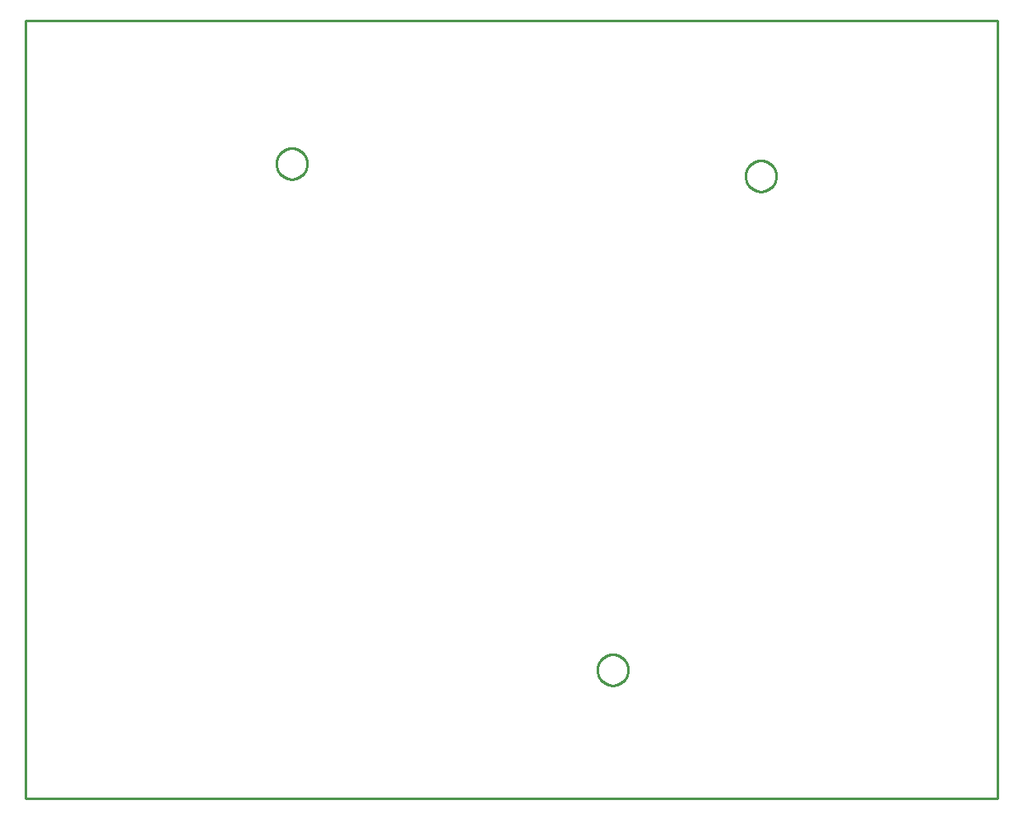
<source format=gko>
G04 EAGLE Gerber RS-274X export*
G75*
%MOMM*%
%FSLAX34Y34*%
%LPD*%
%INBoard Outline*%
%IPPOS*%
%AMOC8*
5,1,8,0,0,1.08239X$1,22.5*%
G01*
%ADD10C,0.000000*%
%ADD11C,0.254000*%


D10*
X0Y0D02*
X1000000Y0D01*
X1000000Y800000D01*
X0Y800000D01*
X0Y0D01*
X740525Y640000D02*
X740530Y640390D01*
X740544Y640779D01*
X740568Y641168D01*
X740601Y641556D01*
X740644Y641943D01*
X740697Y642329D01*
X740759Y642714D01*
X740830Y643097D01*
X740911Y643478D01*
X741001Y643857D01*
X741100Y644234D01*
X741209Y644608D01*
X741326Y644980D01*
X741453Y645348D01*
X741589Y645713D01*
X741733Y646075D01*
X741887Y646433D01*
X742049Y646787D01*
X742220Y647138D01*
X742399Y647483D01*
X742587Y647825D01*
X742784Y648161D01*
X742988Y648493D01*
X743200Y648820D01*
X743421Y649141D01*
X743649Y649457D01*
X743885Y649767D01*
X744128Y650071D01*
X744379Y650369D01*
X744637Y650661D01*
X744903Y650946D01*
X745175Y651225D01*
X745454Y651497D01*
X745739Y651763D01*
X746031Y652021D01*
X746329Y652272D01*
X746633Y652515D01*
X746943Y652751D01*
X747259Y652979D01*
X747580Y653200D01*
X747907Y653412D01*
X748239Y653616D01*
X748575Y653813D01*
X748917Y654001D01*
X749262Y654180D01*
X749613Y654351D01*
X749967Y654513D01*
X750325Y654667D01*
X750687Y654811D01*
X751052Y654947D01*
X751420Y655074D01*
X751792Y655191D01*
X752166Y655300D01*
X752543Y655399D01*
X752922Y655489D01*
X753303Y655570D01*
X753686Y655641D01*
X754071Y655703D01*
X754457Y655756D01*
X754844Y655799D01*
X755232Y655832D01*
X755621Y655856D01*
X756010Y655870D01*
X756400Y655875D01*
X756790Y655870D01*
X757179Y655856D01*
X757568Y655832D01*
X757956Y655799D01*
X758343Y655756D01*
X758729Y655703D01*
X759114Y655641D01*
X759497Y655570D01*
X759878Y655489D01*
X760257Y655399D01*
X760634Y655300D01*
X761008Y655191D01*
X761380Y655074D01*
X761748Y654947D01*
X762113Y654811D01*
X762475Y654667D01*
X762833Y654513D01*
X763187Y654351D01*
X763538Y654180D01*
X763883Y654001D01*
X764225Y653813D01*
X764561Y653616D01*
X764893Y653412D01*
X765220Y653200D01*
X765541Y652979D01*
X765857Y652751D01*
X766167Y652515D01*
X766471Y652272D01*
X766769Y652021D01*
X767061Y651763D01*
X767346Y651497D01*
X767625Y651225D01*
X767897Y650946D01*
X768163Y650661D01*
X768421Y650369D01*
X768672Y650071D01*
X768915Y649767D01*
X769151Y649457D01*
X769379Y649141D01*
X769600Y648820D01*
X769812Y648493D01*
X770016Y648161D01*
X770213Y647825D01*
X770401Y647483D01*
X770580Y647138D01*
X770751Y646787D01*
X770913Y646433D01*
X771067Y646075D01*
X771211Y645713D01*
X771347Y645348D01*
X771474Y644980D01*
X771591Y644608D01*
X771700Y644234D01*
X771799Y643857D01*
X771889Y643478D01*
X771970Y643097D01*
X772041Y642714D01*
X772103Y642329D01*
X772156Y641943D01*
X772199Y641556D01*
X772232Y641168D01*
X772256Y640779D01*
X772270Y640390D01*
X772275Y640000D01*
X772270Y639610D01*
X772256Y639221D01*
X772232Y638832D01*
X772199Y638444D01*
X772156Y638057D01*
X772103Y637671D01*
X772041Y637286D01*
X771970Y636903D01*
X771889Y636522D01*
X771799Y636143D01*
X771700Y635766D01*
X771591Y635392D01*
X771474Y635020D01*
X771347Y634652D01*
X771211Y634287D01*
X771067Y633925D01*
X770913Y633567D01*
X770751Y633213D01*
X770580Y632862D01*
X770401Y632517D01*
X770213Y632175D01*
X770016Y631839D01*
X769812Y631507D01*
X769600Y631180D01*
X769379Y630859D01*
X769151Y630543D01*
X768915Y630233D01*
X768672Y629929D01*
X768421Y629631D01*
X768163Y629339D01*
X767897Y629054D01*
X767625Y628775D01*
X767346Y628503D01*
X767061Y628237D01*
X766769Y627979D01*
X766471Y627728D01*
X766167Y627485D01*
X765857Y627249D01*
X765541Y627021D01*
X765220Y626800D01*
X764893Y626588D01*
X764561Y626384D01*
X764225Y626187D01*
X763883Y625999D01*
X763538Y625820D01*
X763187Y625649D01*
X762833Y625487D01*
X762475Y625333D01*
X762113Y625189D01*
X761748Y625053D01*
X761380Y624926D01*
X761008Y624809D01*
X760634Y624700D01*
X760257Y624601D01*
X759878Y624511D01*
X759497Y624430D01*
X759114Y624359D01*
X758729Y624297D01*
X758343Y624244D01*
X757956Y624201D01*
X757568Y624168D01*
X757179Y624144D01*
X756790Y624130D01*
X756400Y624125D01*
X756010Y624130D01*
X755621Y624144D01*
X755232Y624168D01*
X754844Y624201D01*
X754457Y624244D01*
X754071Y624297D01*
X753686Y624359D01*
X753303Y624430D01*
X752922Y624511D01*
X752543Y624601D01*
X752166Y624700D01*
X751792Y624809D01*
X751420Y624926D01*
X751052Y625053D01*
X750687Y625189D01*
X750325Y625333D01*
X749967Y625487D01*
X749613Y625649D01*
X749262Y625820D01*
X748917Y625999D01*
X748575Y626187D01*
X748239Y626384D01*
X747907Y626588D01*
X747580Y626800D01*
X747259Y627021D01*
X746943Y627249D01*
X746633Y627485D01*
X746329Y627728D01*
X746031Y627979D01*
X745739Y628237D01*
X745454Y628503D01*
X745175Y628775D01*
X744903Y629054D01*
X744637Y629339D01*
X744379Y629631D01*
X744128Y629929D01*
X743885Y630233D01*
X743649Y630543D01*
X743421Y630859D01*
X743200Y631180D01*
X742988Y631507D01*
X742784Y631839D01*
X742587Y632175D01*
X742399Y632517D01*
X742220Y632862D01*
X742049Y633213D01*
X741887Y633567D01*
X741733Y633925D01*
X741589Y634287D01*
X741453Y634652D01*
X741326Y635020D01*
X741209Y635392D01*
X741100Y635766D01*
X741001Y636143D01*
X740911Y636522D01*
X740830Y636903D01*
X740759Y637286D01*
X740697Y637671D01*
X740644Y638057D01*
X740601Y638444D01*
X740568Y638832D01*
X740544Y639221D01*
X740530Y639610D01*
X740525Y640000D01*
X257925Y652700D02*
X257930Y653090D01*
X257944Y653479D01*
X257968Y653868D01*
X258001Y654256D01*
X258044Y654643D01*
X258097Y655029D01*
X258159Y655414D01*
X258230Y655797D01*
X258311Y656178D01*
X258401Y656557D01*
X258500Y656934D01*
X258609Y657308D01*
X258726Y657680D01*
X258853Y658048D01*
X258989Y658413D01*
X259133Y658775D01*
X259287Y659133D01*
X259449Y659487D01*
X259620Y659838D01*
X259799Y660183D01*
X259987Y660525D01*
X260184Y660861D01*
X260388Y661193D01*
X260600Y661520D01*
X260821Y661841D01*
X261049Y662157D01*
X261285Y662467D01*
X261528Y662771D01*
X261779Y663069D01*
X262037Y663361D01*
X262303Y663646D01*
X262575Y663925D01*
X262854Y664197D01*
X263139Y664463D01*
X263431Y664721D01*
X263729Y664972D01*
X264033Y665215D01*
X264343Y665451D01*
X264659Y665679D01*
X264980Y665900D01*
X265307Y666112D01*
X265639Y666316D01*
X265975Y666513D01*
X266317Y666701D01*
X266662Y666880D01*
X267013Y667051D01*
X267367Y667213D01*
X267725Y667367D01*
X268087Y667511D01*
X268452Y667647D01*
X268820Y667774D01*
X269192Y667891D01*
X269566Y668000D01*
X269943Y668099D01*
X270322Y668189D01*
X270703Y668270D01*
X271086Y668341D01*
X271471Y668403D01*
X271857Y668456D01*
X272244Y668499D01*
X272632Y668532D01*
X273021Y668556D01*
X273410Y668570D01*
X273800Y668575D01*
X274190Y668570D01*
X274579Y668556D01*
X274968Y668532D01*
X275356Y668499D01*
X275743Y668456D01*
X276129Y668403D01*
X276514Y668341D01*
X276897Y668270D01*
X277278Y668189D01*
X277657Y668099D01*
X278034Y668000D01*
X278408Y667891D01*
X278780Y667774D01*
X279148Y667647D01*
X279513Y667511D01*
X279875Y667367D01*
X280233Y667213D01*
X280587Y667051D01*
X280938Y666880D01*
X281283Y666701D01*
X281625Y666513D01*
X281961Y666316D01*
X282293Y666112D01*
X282620Y665900D01*
X282941Y665679D01*
X283257Y665451D01*
X283567Y665215D01*
X283871Y664972D01*
X284169Y664721D01*
X284461Y664463D01*
X284746Y664197D01*
X285025Y663925D01*
X285297Y663646D01*
X285563Y663361D01*
X285821Y663069D01*
X286072Y662771D01*
X286315Y662467D01*
X286551Y662157D01*
X286779Y661841D01*
X287000Y661520D01*
X287212Y661193D01*
X287416Y660861D01*
X287613Y660525D01*
X287801Y660183D01*
X287980Y659838D01*
X288151Y659487D01*
X288313Y659133D01*
X288467Y658775D01*
X288611Y658413D01*
X288747Y658048D01*
X288874Y657680D01*
X288991Y657308D01*
X289100Y656934D01*
X289199Y656557D01*
X289289Y656178D01*
X289370Y655797D01*
X289441Y655414D01*
X289503Y655029D01*
X289556Y654643D01*
X289599Y654256D01*
X289632Y653868D01*
X289656Y653479D01*
X289670Y653090D01*
X289675Y652700D01*
X289670Y652310D01*
X289656Y651921D01*
X289632Y651532D01*
X289599Y651144D01*
X289556Y650757D01*
X289503Y650371D01*
X289441Y649986D01*
X289370Y649603D01*
X289289Y649222D01*
X289199Y648843D01*
X289100Y648466D01*
X288991Y648092D01*
X288874Y647720D01*
X288747Y647352D01*
X288611Y646987D01*
X288467Y646625D01*
X288313Y646267D01*
X288151Y645913D01*
X287980Y645562D01*
X287801Y645217D01*
X287613Y644875D01*
X287416Y644539D01*
X287212Y644207D01*
X287000Y643880D01*
X286779Y643559D01*
X286551Y643243D01*
X286315Y642933D01*
X286072Y642629D01*
X285821Y642331D01*
X285563Y642039D01*
X285297Y641754D01*
X285025Y641475D01*
X284746Y641203D01*
X284461Y640937D01*
X284169Y640679D01*
X283871Y640428D01*
X283567Y640185D01*
X283257Y639949D01*
X282941Y639721D01*
X282620Y639500D01*
X282293Y639288D01*
X281961Y639084D01*
X281625Y638887D01*
X281283Y638699D01*
X280938Y638520D01*
X280587Y638349D01*
X280233Y638187D01*
X279875Y638033D01*
X279513Y637889D01*
X279148Y637753D01*
X278780Y637626D01*
X278408Y637509D01*
X278034Y637400D01*
X277657Y637301D01*
X277278Y637211D01*
X276897Y637130D01*
X276514Y637059D01*
X276129Y636997D01*
X275743Y636944D01*
X275356Y636901D01*
X274968Y636868D01*
X274579Y636844D01*
X274190Y636830D01*
X273800Y636825D01*
X273410Y636830D01*
X273021Y636844D01*
X272632Y636868D01*
X272244Y636901D01*
X271857Y636944D01*
X271471Y636997D01*
X271086Y637059D01*
X270703Y637130D01*
X270322Y637211D01*
X269943Y637301D01*
X269566Y637400D01*
X269192Y637509D01*
X268820Y637626D01*
X268452Y637753D01*
X268087Y637889D01*
X267725Y638033D01*
X267367Y638187D01*
X267013Y638349D01*
X266662Y638520D01*
X266317Y638699D01*
X265975Y638887D01*
X265639Y639084D01*
X265307Y639288D01*
X264980Y639500D01*
X264659Y639721D01*
X264343Y639949D01*
X264033Y640185D01*
X263729Y640428D01*
X263431Y640679D01*
X263139Y640937D01*
X262854Y641203D01*
X262575Y641475D01*
X262303Y641754D01*
X262037Y642039D01*
X261779Y642331D01*
X261528Y642629D01*
X261285Y642933D01*
X261049Y643243D01*
X260821Y643559D01*
X260600Y643880D01*
X260388Y644207D01*
X260184Y644539D01*
X259987Y644875D01*
X259799Y645217D01*
X259620Y645562D01*
X259449Y645913D01*
X259287Y646267D01*
X259133Y646625D01*
X258989Y646987D01*
X258853Y647352D01*
X258726Y647720D01*
X258609Y648092D01*
X258500Y648466D01*
X258401Y648843D01*
X258311Y649222D01*
X258230Y649603D01*
X258159Y649986D01*
X258097Y650371D01*
X258044Y650757D01*
X258001Y651144D01*
X257968Y651532D01*
X257944Y651921D01*
X257930Y652310D01*
X257925Y652700D01*
X588125Y132000D02*
X588130Y132390D01*
X588144Y132779D01*
X588168Y133168D01*
X588201Y133556D01*
X588244Y133943D01*
X588297Y134329D01*
X588359Y134714D01*
X588430Y135097D01*
X588511Y135478D01*
X588601Y135857D01*
X588700Y136234D01*
X588809Y136608D01*
X588926Y136980D01*
X589053Y137348D01*
X589189Y137713D01*
X589333Y138075D01*
X589487Y138433D01*
X589649Y138787D01*
X589820Y139138D01*
X589999Y139483D01*
X590187Y139825D01*
X590384Y140161D01*
X590588Y140493D01*
X590800Y140820D01*
X591021Y141141D01*
X591249Y141457D01*
X591485Y141767D01*
X591728Y142071D01*
X591979Y142369D01*
X592237Y142661D01*
X592503Y142946D01*
X592775Y143225D01*
X593054Y143497D01*
X593339Y143763D01*
X593631Y144021D01*
X593929Y144272D01*
X594233Y144515D01*
X594543Y144751D01*
X594859Y144979D01*
X595180Y145200D01*
X595507Y145412D01*
X595839Y145616D01*
X596175Y145813D01*
X596517Y146001D01*
X596862Y146180D01*
X597213Y146351D01*
X597567Y146513D01*
X597925Y146667D01*
X598287Y146811D01*
X598652Y146947D01*
X599020Y147074D01*
X599392Y147191D01*
X599766Y147300D01*
X600143Y147399D01*
X600522Y147489D01*
X600903Y147570D01*
X601286Y147641D01*
X601671Y147703D01*
X602057Y147756D01*
X602444Y147799D01*
X602832Y147832D01*
X603221Y147856D01*
X603610Y147870D01*
X604000Y147875D01*
X604390Y147870D01*
X604779Y147856D01*
X605168Y147832D01*
X605556Y147799D01*
X605943Y147756D01*
X606329Y147703D01*
X606714Y147641D01*
X607097Y147570D01*
X607478Y147489D01*
X607857Y147399D01*
X608234Y147300D01*
X608608Y147191D01*
X608980Y147074D01*
X609348Y146947D01*
X609713Y146811D01*
X610075Y146667D01*
X610433Y146513D01*
X610787Y146351D01*
X611138Y146180D01*
X611483Y146001D01*
X611825Y145813D01*
X612161Y145616D01*
X612493Y145412D01*
X612820Y145200D01*
X613141Y144979D01*
X613457Y144751D01*
X613767Y144515D01*
X614071Y144272D01*
X614369Y144021D01*
X614661Y143763D01*
X614946Y143497D01*
X615225Y143225D01*
X615497Y142946D01*
X615763Y142661D01*
X616021Y142369D01*
X616272Y142071D01*
X616515Y141767D01*
X616751Y141457D01*
X616979Y141141D01*
X617200Y140820D01*
X617412Y140493D01*
X617616Y140161D01*
X617813Y139825D01*
X618001Y139483D01*
X618180Y139138D01*
X618351Y138787D01*
X618513Y138433D01*
X618667Y138075D01*
X618811Y137713D01*
X618947Y137348D01*
X619074Y136980D01*
X619191Y136608D01*
X619300Y136234D01*
X619399Y135857D01*
X619489Y135478D01*
X619570Y135097D01*
X619641Y134714D01*
X619703Y134329D01*
X619756Y133943D01*
X619799Y133556D01*
X619832Y133168D01*
X619856Y132779D01*
X619870Y132390D01*
X619875Y132000D01*
X619870Y131610D01*
X619856Y131221D01*
X619832Y130832D01*
X619799Y130444D01*
X619756Y130057D01*
X619703Y129671D01*
X619641Y129286D01*
X619570Y128903D01*
X619489Y128522D01*
X619399Y128143D01*
X619300Y127766D01*
X619191Y127392D01*
X619074Y127020D01*
X618947Y126652D01*
X618811Y126287D01*
X618667Y125925D01*
X618513Y125567D01*
X618351Y125213D01*
X618180Y124862D01*
X618001Y124517D01*
X617813Y124175D01*
X617616Y123839D01*
X617412Y123507D01*
X617200Y123180D01*
X616979Y122859D01*
X616751Y122543D01*
X616515Y122233D01*
X616272Y121929D01*
X616021Y121631D01*
X615763Y121339D01*
X615497Y121054D01*
X615225Y120775D01*
X614946Y120503D01*
X614661Y120237D01*
X614369Y119979D01*
X614071Y119728D01*
X613767Y119485D01*
X613457Y119249D01*
X613141Y119021D01*
X612820Y118800D01*
X612493Y118588D01*
X612161Y118384D01*
X611825Y118187D01*
X611483Y117999D01*
X611138Y117820D01*
X610787Y117649D01*
X610433Y117487D01*
X610075Y117333D01*
X609713Y117189D01*
X609348Y117053D01*
X608980Y116926D01*
X608608Y116809D01*
X608234Y116700D01*
X607857Y116601D01*
X607478Y116511D01*
X607097Y116430D01*
X606714Y116359D01*
X606329Y116297D01*
X605943Y116244D01*
X605556Y116201D01*
X605168Y116168D01*
X604779Y116144D01*
X604390Y116130D01*
X604000Y116125D01*
X603610Y116130D01*
X603221Y116144D01*
X602832Y116168D01*
X602444Y116201D01*
X602057Y116244D01*
X601671Y116297D01*
X601286Y116359D01*
X600903Y116430D01*
X600522Y116511D01*
X600143Y116601D01*
X599766Y116700D01*
X599392Y116809D01*
X599020Y116926D01*
X598652Y117053D01*
X598287Y117189D01*
X597925Y117333D01*
X597567Y117487D01*
X597213Y117649D01*
X596862Y117820D01*
X596517Y117999D01*
X596175Y118187D01*
X595839Y118384D01*
X595507Y118588D01*
X595180Y118800D01*
X594859Y119021D01*
X594543Y119249D01*
X594233Y119485D01*
X593929Y119728D01*
X593631Y119979D01*
X593339Y120237D01*
X593054Y120503D01*
X592775Y120775D01*
X592503Y121054D01*
X592237Y121339D01*
X591979Y121631D01*
X591728Y121929D01*
X591485Y122233D01*
X591249Y122543D01*
X591021Y122859D01*
X590800Y123180D01*
X590588Y123507D01*
X590384Y123839D01*
X590187Y124175D01*
X589999Y124517D01*
X589820Y124862D01*
X589649Y125213D01*
X589487Y125567D01*
X589333Y125925D01*
X589189Y126287D01*
X589053Y126652D01*
X588926Y127020D01*
X588809Y127392D01*
X588700Y127766D01*
X588601Y128143D01*
X588511Y128522D01*
X588430Y128903D01*
X588359Y129286D01*
X588297Y129671D01*
X588244Y130057D01*
X588201Y130444D01*
X588168Y130832D01*
X588144Y131221D01*
X588130Y131610D01*
X588125Y132000D01*
D11*
X0Y0D02*
X1000000Y0D01*
X1000000Y800000D01*
X0Y800000D01*
X0Y0D01*
X772275Y639480D02*
X772207Y638443D01*
X772071Y637413D01*
X771869Y636393D01*
X771600Y635389D01*
X771265Y634405D01*
X770868Y633445D01*
X770408Y632513D01*
X769888Y631612D01*
X769311Y630748D01*
X768678Y629924D01*
X767993Y629142D01*
X767258Y628407D01*
X766476Y627722D01*
X765652Y627089D01*
X764788Y626512D01*
X763887Y625992D01*
X762955Y625532D01*
X761995Y625135D01*
X761011Y624800D01*
X760007Y624531D01*
X758987Y624329D01*
X757957Y624193D01*
X756920Y624125D01*
X755880Y624125D01*
X754843Y624193D01*
X753813Y624329D01*
X752793Y624531D01*
X751789Y624800D01*
X750805Y625135D01*
X749845Y625532D01*
X748913Y625992D01*
X748012Y626512D01*
X747148Y627089D01*
X746324Y627722D01*
X745542Y628407D01*
X744807Y629142D01*
X744122Y629924D01*
X743489Y630748D01*
X742912Y631612D01*
X742392Y632513D01*
X741932Y633445D01*
X741535Y634405D01*
X741200Y635389D01*
X740931Y636393D01*
X740729Y637413D01*
X740593Y638443D01*
X740525Y639480D01*
X740525Y640520D01*
X740593Y641557D01*
X740729Y642587D01*
X740931Y643607D01*
X741200Y644611D01*
X741535Y645595D01*
X741932Y646555D01*
X742392Y647487D01*
X742912Y648388D01*
X743489Y649252D01*
X744122Y650076D01*
X744807Y650858D01*
X745542Y651593D01*
X746324Y652278D01*
X747148Y652911D01*
X748012Y653488D01*
X748913Y654008D01*
X749845Y654468D01*
X750805Y654865D01*
X751789Y655200D01*
X752793Y655469D01*
X753813Y655671D01*
X754843Y655807D01*
X755880Y655875D01*
X756920Y655875D01*
X757957Y655807D01*
X758987Y655671D01*
X760007Y655469D01*
X761011Y655200D01*
X761995Y654865D01*
X762955Y654468D01*
X763887Y654008D01*
X764788Y653488D01*
X765652Y652911D01*
X766476Y652278D01*
X767258Y651593D01*
X767993Y650858D01*
X768678Y650076D01*
X769311Y649252D01*
X769888Y648388D01*
X770408Y647487D01*
X770868Y646555D01*
X771265Y645595D01*
X771600Y644611D01*
X771869Y643607D01*
X772071Y642587D01*
X772207Y641557D01*
X772275Y640520D01*
X772275Y639480D01*
X289675Y652180D02*
X289607Y651143D01*
X289471Y650113D01*
X289269Y649093D01*
X289000Y648089D01*
X288665Y647105D01*
X288268Y646145D01*
X287808Y645213D01*
X287288Y644312D01*
X286711Y643448D01*
X286078Y642624D01*
X285393Y641842D01*
X284658Y641107D01*
X283876Y640422D01*
X283052Y639789D01*
X282188Y639212D01*
X281287Y638692D01*
X280355Y638232D01*
X279395Y637835D01*
X278411Y637500D01*
X277407Y637231D01*
X276387Y637029D01*
X275357Y636893D01*
X274320Y636825D01*
X273280Y636825D01*
X272243Y636893D01*
X271213Y637029D01*
X270193Y637231D01*
X269189Y637500D01*
X268205Y637835D01*
X267245Y638232D01*
X266313Y638692D01*
X265412Y639212D01*
X264548Y639789D01*
X263724Y640422D01*
X262942Y641107D01*
X262207Y641842D01*
X261522Y642624D01*
X260889Y643448D01*
X260312Y644312D01*
X259792Y645213D01*
X259332Y646145D01*
X258935Y647105D01*
X258600Y648089D01*
X258331Y649093D01*
X258129Y650113D01*
X257993Y651143D01*
X257925Y652180D01*
X257925Y653220D01*
X257993Y654257D01*
X258129Y655287D01*
X258331Y656307D01*
X258600Y657311D01*
X258935Y658295D01*
X259332Y659255D01*
X259792Y660187D01*
X260312Y661088D01*
X260889Y661952D01*
X261522Y662776D01*
X262207Y663558D01*
X262942Y664293D01*
X263724Y664978D01*
X264548Y665611D01*
X265412Y666188D01*
X266313Y666708D01*
X267245Y667168D01*
X268205Y667565D01*
X269189Y667900D01*
X270193Y668169D01*
X271213Y668371D01*
X272243Y668507D01*
X273280Y668575D01*
X274320Y668575D01*
X275357Y668507D01*
X276387Y668371D01*
X277407Y668169D01*
X278411Y667900D01*
X279395Y667565D01*
X280355Y667168D01*
X281287Y666708D01*
X282188Y666188D01*
X283052Y665611D01*
X283876Y664978D01*
X284658Y664293D01*
X285393Y663558D01*
X286078Y662776D01*
X286711Y661952D01*
X287288Y661088D01*
X287808Y660187D01*
X288268Y659255D01*
X288665Y658295D01*
X289000Y657311D01*
X289269Y656307D01*
X289471Y655287D01*
X289607Y654257D01*
X289675Y653220D01*
X289675Y652180D01*
X619875Y131480D02*
X619807Y130443D01*
X619671Y129413D01*
X619469Y128393D01*
X619200Y127389D01*
X618865Y126405D01*
X618468Y125445D01*
X618008Y124513D01*
X617488Y123612D01*
X616911Y122748D01*
X616278Y121924D01*
X615593Y121142D01*
X614858Y120407D01*
X614076Y119722D01*
X613252Y119089D01*
X612388Y118512D01*
X611487Y117992D01*
X610555Y117532D01*
X609595Y117135D01*
X608611Y116800D01*
X607607Y116531D01*
X606587Y116329D01*
X605557Y116193D01*
X604520Y116125D01*
X603480Y116125D01*
X602443Y116193D01*
X601413Y116329D01*
X600393Y116531D01*
X599389Y116800D01*
X598405Y117135D01*
X597445Y117532D01*
X596513Y117992D01*
X595612Y118512D01*
X594748Y119089D01*
X593924Y119722D01*
X593142Y120407D01*
X592407Y121142D01*
X591722Y121924D01*
X591089Y122748D01*
X590512Y123612D01*
X589992Y124513D01*
X589532Y125445D01*
X589135Y126405D01*
X588800Y127389D01*
X588531Y128393D01*
X588329Y129413D01*
X588193Y130443D01*
X588125Y131480D01*
X588125Y132520D01*
X588193Y133557D01*
X588329Y134587D01*
X588531Y135607D01*
X588800Y136611D01*
X589135Y137595D01*
X589532Y138555D01*
X589992Y139487D01*
X590512Y140388D01*
X591089Y141252D01*
X591722Y142076D01*
X592407Y142858D01*
X593142Y143593D01*
X593924Y144278D01*
X594748Y144911D01*
X595612Y145488D01*
X596513Y146008D01*
X597445Y146468D01*
X598405Y146865D01*
X599389Y147200D01*
X600393Y147469D01*
X601413Y147671D01*
X602443Y147807D01*
X603480Y147875D01*
X604520Y147875D01*
X605557Y147807D01*
X606587Y147671D01*
X607607Y147469D01*
X608611Y147200D01*
X609595Y146865D01*
X610555Y146468D01*
X611487Y146008D01*
X612388Y145488D01*
X613252Y144911D01*
X614076Y144278D01*
X614858Y143593D01*
X615593Y142858D01*
X616278Y142076D01*
X616911Y141252D01*
X617488Y140388D01*
X618008Y139487D01*
X618468Y138555D01*
X618865Y137595D01*
X619200Y136611D01*
X619469Y135607D01*
X619671Y134587D01*
X619807Y133557D01*
X619875Y132520D01*
X619875Y131480D01*
M02*

</source>
